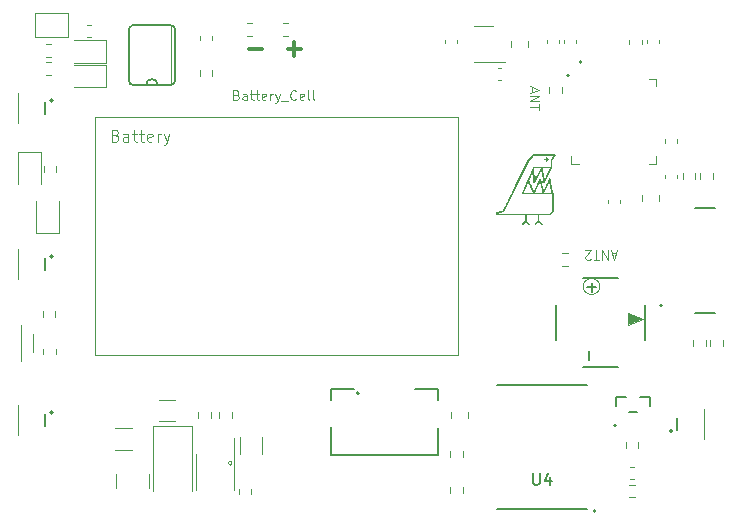
<source format=gbr>
%TF.GenerationSoftware,KiCad,Pcbnew,7.0.9*%
%TF.CreationDate,2024-03-02T15:09:24+02:00*%
%TF.ProjectId,DRM_Watch_V3,44524d5f-5761-4746-9368-5f56332e6b69,rev?*%
%TF.SameCoordinates,Original*%
%TF.FileFunction,Legend,Top*%
%TF.FilePolarity,Positive*%
%FSLAX46Y46*%
G04 Gerber Fmt 4.6, Leading zero omitted, Abs format (unit mm)*
G04 Created by KiCad (PCBNEW 7.0.9) date 2024-03-02 15:09:24*
%MOMM*%
%LPD*%
G01*
G04 APERTURE LIST*
%ADD10C,0.150000*%
%ADD11C,0.100000*%
%ADD12C,0.125000*%
%ADD13C,0.300000*%
%ADD14C,0.200000*%
%ADD15C,0.120000*%
%ADD16C,0.177000*%
%ADD17C,0.127000*%
%ADD18C,0.152400*%
%ADD19C,0.050800*%
G04 APERTURE END LIST*
D10*
X114888281Y-73439050D02*
X114888281Y-72674650D01*
X114686217Y-67288928D02*
X115450078Y-67288928D01*
X115068147Y-67670858D02*
X115068147Y-66906997D01*
D11*
X117146830Y-64363676D02*
X116765877Y-64363676D01*
X117223020Y-64135104D02*
X116956353Y-64935104D01*
X116956353Y-64935104D02*
X116689687Y-64135104D01*
X116423020Y-64135104D02*
X116423020Y-64935104D01*
X116423020Y-64935104D02*
X115965877Y-64135104D01*
X115965877Y-64135104D02*
X115965877Y-64935104D01*
X115699211Y-64935104D02*
X115242068Y-64935104D01*
X115470640Y-64135104D02*
X115470640Y-64935104D01*
X115013497Y-64858914D02*
X114975401Y-64897009D01*
X114975401Y-64897009D02*
X114899211Y-64935104D01*
X114899211Y-64935104D02*
X114708735Y-64935104D01*
X114708735Y-64935104D02*
X114632544Y-64897009D01*
X114632544Y-64897009D02*
X114594449Y-64858914D01*
X114594449Y-64858914D02*
X114556354Y-64782723D01*
X114556354Y-64782723D02*
X114556354Y-64706533D01*
X114556354Y-64706533D02*
X114594449Y-64592247D01*
X114594449Y-64592247D02*
X115051592Y-64135104D01*
X115051592Y-64135104D02*
X114556354Y-64135104D01*
D12*
X85014189Y-50998547D02*
X85128475Y-51036642D01*
X85128475Y-51036642D02*
X85166570Y-51074738D01*
X85166570Y-51074738D02*
X85204666Y-51150928D01*
X85204666Y-51150928D02*
X85204666Y-51265214D01*
X85204666Y-51265214D02*
X85166570Y-51341404D01*
X85166570Y-51341404D02*
X85128475Y-51379500D01*
X85128475Y-51379500D02*
X85052285Y-51417595D01*
X85052285Y-51417595D02*
X84747523Y-51417595D01*
X84747523Y-51417595D02*
X84747523Y-50617595D01*
X84747523Y-50617595D02*
X85014189Y-50617595D01*
X85014189Y-50617595D02*
X85090380Y-50655690D01*
X85090380Y-50655690D02*
X85128475Y-50693785D01*
X85128475Y-50693785D02*
X85166570Y-50769976D01*
X85166570Y-50769976D02*
X85166570Y-50846166D01*
X85166570Y-50846166D02*
X85128475Y-50922357D01*
X85128475Y-50922357D02*
X85090380Y-50960452D01*
X85090380Y-50960452D02*
X85014189Y-50998547D01*
X85014189Y-50998547D02*
X84747523Y-50998547D01*
X85890380Y-51417595D02*
X85890380Y-50998547D01*
X85890380Y-50998547D02*
X85852285Y-50922357D01*
X85852285Y-50922357D02*
X85776094Y-50884261D01*
X85776094Y-50884261D02*
X85623713Y-50884261D01*
X85623713Y-50884261D02*
X85547523Y-50922357D01*
X85890380Y-51379500D02*
X85814189Y-51417595D01*
X85814189Y-51417595D02*
X85623713Y-51417595D01*
X85623713Y-51417595D02*
X85547523Y-51379500D01*
X85547523Y-51379500D02*
X85509427Y-51303309D01*
X85509427Y-51303309D02*
X85509427Y-51227119D01*
X85509427Y-51227119D02*
X85547523Y-51150928D01*
X85547523Y-51150928D02*
X85623713Y-51112833D01*
X85623713Y-51112833D02*
X85814189Y-51112833D01*
X85814189Y-51112833D02*
X85890380Y-51074738D01*
X86157047Y-50884261D02*
X86461809Y-50884261D01*
X86271333Y-50617595D02*
X86271333Y-51303309D01*
X86271333Y-51303309D02*
X86309428Y-51379500D01*
X86309428Y-51379500D02*
X86385618Y-51417595D01*
X86385618Y-51417595D02*
X86461809Y-51417595D01*
X86614190Y-50884261D02*
X86918952Y-50884261D01*
X86728476Y-50617595D02*
X86728476Y-51303309D01*
X86728476Y-51303309D02*
X86766571Y-51379500D01*
X86766571Y-51379500D02*
X86842761Y-51417595D01*
X86842761Y-51417595D02*
X86918952Y-51417595D01*
X87490381Y-51379500D02*
X87414190Y-51417595D01*
X87414190Y-51417595D02*
X87261809Y-51417595D01*
X87261809Y-51417595D02*
X87185619Y-51379500D01*
X87185619Y-51379500D02*
X87147523Y-51303309D01*
X87147523Y-51303309D02*
X87147523Y-50998547D01*
X87147523Y-50998547D02*
X87185619Y-50922357D01*
X87185619Y-50922357D02*
X87261809Y-50884261D01*
X87261809Y-50884261D02*
X87414190Y-50884261D01*
X87414190Y-50884261D02*
X87490381Y-50922357D01*
X87490381Y-50922357D02*
X87528476Y-50998547D01*
X87528476Y-50998547D02*
X87528476Y-51074738D01*
X87528476Y-51074738D02*
X87147523Y-51150928D01*
X87871333Y-51417595D02*
X87871333Y-50884261D01*
X87871333Y-51036642D02*
X87909428Y-50960452D01*
X87909428Y-50960452D02*
X87947523Y-50922357D01*
X87947523Y-50922357D02*
X88023714Y-50884261D01*
X88023714Y-50884261D02*
X88099904Y-50884261D01*
X88290380Y-50884261D02*
X88480856Y-51417595D01*
X88671333Y-50884261D02*
X88480856Y-51417595D01*
X88480856Y-51417595D02*
X88404666Y-51608071D01*
X88404666Y-51608071D02*
X88366571Y-51646166D01*
X88366571Y-51646166D02*
X88290380Y-51684261D01*
X88785619Y-51493785D02*
X89395142Y-51493785D01*
X90042762Y-51341404D02*
X90004666Y-51379500D01*
X90004666Y-51379500D02*
X89890381Y-51417595D01*
X89890381Y-51417595D02*
X89814190Y-51417595D01*
X89814190Y-51417595D02*
X89699904Y-51379500D01*
X89699904Y-51379500D02*
X89623714Y-51303309D01*
X89623714Y-51303309D02*
X89585619Y-51227119D01*
X89585619Y-51227119D02*
X89547523Y-51074738D01*
X89547523Y-51074738D02*
X89547523Y-50960452D01*
X89547523Y-50960452D02*
X89585619Y-50808071D01*
X89585619Y-50808071D02*
X89623714Y-50731880D01*
X89623714Y-50731880D02*
X89699904Y-50655690D01*
X89699904Y-50655690D02*
X89814190Y-50617595D01*
X89814190Y-50617595D02*
X89890381Y-50617595D01*
X89890381Y-50617595D02*
X90004666Y-50655690D01*
X90004666Y-50655690D02*
X90042762Y-50693785D01*
X90690381Y-51379500D02*
X90614190Y-51417595D01*
X90614190Y-51417595D02*
X90461809Y-51417595D01*
X90461809Y-51417595D02*
X90385619Y-51379500D01*
X90385619Y-51379500D02*
X90347523Y-51303309D01*
X90347523Y-51303309D02*
X90347523Y-50998547D01*
X90347523Y-50998547D02*
X90385619Y-50922357D01*
X90385619Y-50922357D02*
X90461809Y-50884261D01*
X90461809Y-50884261D02*
X90614190Y-50884261D01*
X90614190Y-50884261D02*
X90690381Y-50922357D01*
X90690381Y-50922357D02*
X90728476Y-50998547D01*
X90728476Y-50998547D02*
X90728476Y-51074738D01*
X90728476Y-51074738D02*
X90347523Y-51150928D01*
X91185618Y-51417595D02*
X91109428Y-51379500D01*
X91109428Y-51379500D02*
X91071333Y-51303309D01*
X91071333Y-51303309D02*
X91071333Y-50617595D01*
X91604666Y-51417595D02*
X91528476Y-51379500D01*
X91528476Y-51379500D02*
X91490381Y-51303309D01*
X91490381Y-51303309D02*
X91490381Y-50617595D01*
D13*
X86025510Y-47108400D02*
X87168368Y-47108400D01*
X89327510Y-47108400D02*
X90470368Y-47108400D01*
X89898939Y-47679828D02*
X89898939Y-46536971D01*
D10*
X110109095Y-83020819D02*
X110109095Y-83830342D01*
X110109095Y-83830342D02*
X110156714Y-83925580D01*
X110156714Y-83925580D02*
X110204333Y-83973200D01*
X110204333Y-83973200D02*
X110299571Y-84020819D01*
X110299571Y-84020819D02*
X110490047Y-84020819D01*
X110490047Y-84020819D02*
X110585285Y-83973200D01*
X110585285Y-83973200D02*
X110632904Y-83925580D01*
X110632904Y-83925580D02*
X110680523Y-83830342D01*
X110680523Y-83830342D02*
X110680523Y-83020819D01*
X111585285Y-83354152D02*
X111585285Y-84020819D01*
X111347190Y-82973200D02*
X111109095Y-83687485D01*
X111109095Y-83687485D02*
X111728142Y-83687485D01*
D11*
X110057550Y-50353169D02*
X110057550Y-50734122D01*
X109828978Y-50276979D02*
X110628978Y-50543646D01*
X110628978Y-50543646D02*
X109828978Y-50810312D01*
X109828978Y-51076979D02*
X110628978Y-51076979D01*
X110628978Y-51076979D02*
X109828978Y-51534122D01*
X109828978Y-51534122D02*
X110628978Y-51534122D01*
X110628978Y-51800788D02*
X110628978Y-52257931D01*
X109828978Y-52029359D02*
X110628978Y-52029359D01*
X74763570Y-54416609D02*
X74906427Y-54464228D01*
X74906427Y-54464228D02*
X74954046Y-54511847D01*
X74954046Y-54511847D02*
X75001665Y-54607085D01*
X75001665Y-54607085D02*
X75001665Y-54749942D01*
X75001665Y-54749942D02*
X74954046Y-54845180D01*
X74954046Y-54845180D02*
X74906427Y-54892800D01*
X74906427Y-54892800D02*
X74811189Y-54940419D01*
X74811189Y-54940419D02*
X74430237Y-54940419D01*
X74430237Y-54940419D02*
X74430237Y-53940419D01*
X74430237Y-53940419D02*
X74763570Y-53940419D01*
X74763570Y-53940419D02*
X74858808Y-53988038D01*
X74858808Y-53988038D02*
X74906427Y-54035657D01*
X74906427Y-54035657D02*
X74954046Y-54130895D01*
X74954046Y-54130895D02*
X74954046Y-54226133D01*
X74954046Y-54226133D02*
X74906427Y-54321371D01*
X74906427Y-54321371D02*
X74858808Y-54368990D01*
X74858808Y-54368990D02*
X74763570Y-54416609D01*
X74763570Y-54416609D02*
X74430237Y-54416609D01*
X75858808Y-54940419D02*
X75858808Y-54416609D01*
X75858808Y-54416609D02*
X75811189Y-54321371D01*
X75811189Y-54321371D02*
X75715951Y-54273752D01*
X75715951Y-54273752D02*
X75525475Y-54273752D01*
X75525475Y-54273752D02*
X75430237Y-54321371D01*
X75858808Y-54892800D02*
X75763570Y-54940419D01*
X75763570Y-54940419D02*
X75525475Y-54940419D01*
X75525475Y-54940419D02*
X75430237Y-54892800D01*
X75430237Y-54892800D02*
X75382618Y-54797561D01*
X75382618Y-54797561D02*
X75382618Y-54702323D01*
X75382618Y-54702323D02*
X75430237Y-54607085D01*
X75430237Y-54607085D02*
X75525475Y-54559466D01*
X75525475Y-54559466D02*
X75763570Y-54559466D01*
X75763570Y-54559466D02*
X75858808Y-54511847D01*
X76192142Y-54273752D02*
X76573094Y-54273752D01*
X76334999Y-53940419D02*
X76334999Y-54797561D01*
X76334999Y-54797561D02*
X76382618Y-54892800D01*
X76382618Y-54892800D02*
X76477856Y-54940419D01*
X76477856Y-54940419D02*
X76573094Y-54940419D01*
X76763571Y-54273752D02*
X77144523Y-54273752D01*
X76906428Y-53940419D02*
X76906428Y-54797561D01*
X76906428Y-54797561D02*
X76954047Y-54892800D01*
X76954047Y-54892800D02*
X77049285Y-54940419D01*
X77049285Y-54940419D02*
X77144523Y-54940419D01*
X77858809Y-54892800D02*
X77763571Y-54940419D01*
X77763571Y-54940419D02*
X77573095Y-54940419D01*
X77573095Y-54940419D02*
X77477857Y-54892800D01*
X77477857Y-54892800D02*
X77430238Y-54797561D01*
X77430238Y-54797561D02*
X77430238Y-54416609D01*
X77430238Y-54416609D02*
X77477857Y-54321371D01*
X77477857Y-54321371D02*
X77573095Y-54273752D01*
X77573095Y-54273752D02*
X77763571Y-54273752D01*
X77763571Y-54273752D02*
X77858809Y-54321371D01*
X77858809Y-54321371D02*
X77906428Y-54416609D01*
X77906428Y-54416609D02*
X77906428Y-54511847D01*
X77906428Y-54511847D02*
X77430238Y-54607085D01*
X78335000Y-54940419D02*
X78335000Y-54273752D01*
X78335000Y-54464228D02*
X78382619Y-54368990D01*
X78382619Y-54368990D02*
X78430238Y-54321371D01*
X78430238Y-54321371D02*
X78525476Y-54273752D01*
X78525476Y-54273752D02*
X78620714Y-54273752D01*
X78858810Y-54273752D02*
X79096905Y-54940419D01*
X79335000Y-54273752D02*
X79096905Y-54940419D01*
X79096905Y-54940419D02*
X79001667Y-55178514D01*
X79001667Y-55178514D02*
X78954048Y-55226133D01*
X78954048Y-55226133D02*
X78858810Y-55273752D01*
D14*
%TO.C,Y1*%
X114215503Y-48204716D02*
G75*
G03*
X114215503Y-48204716I-100000J0D01*
G01*
D15*
%TO.C,U1*%
X113336319Y-56847182D02*
X113336319Y-56197182D01*
X113986319Y-56847182D02*
X113336319Y-56847182D01*
X119906319Y-49627182D02*
X120556319Y-49627182D01*
X119906319Y-56847182D02*
X120556319Y-56847182D01*
X120556319Y-49627182D02*
X120556319Y-50277182D01*
X120556319Y-56847182D02*
X120556319Y-56197182D01*
D16*
X113174019Y-49376382D02*
G75*
G03*
X113174019Y-49376382I-88500J0D01*
G01*
D15*
%TO.C,U2*%
X105943132Y-48248833D02*
X107743132Y-48248833D01*
X105943132Y-48248833D02*
X105143132Y-48248833D01*
X105943132Y-45128833D02*
X106743132Y-45128833D01*
X105943132Y-45128833D02*
X105143132Y-45128833D01*
%TO.C,R3*%
X123672647Y-72234361D02*
X123672647Y-71759845D01*
X124717647Y-72234361D02*
X124717647Y-71759845D01*
D11*
%TO.C,D2*%
X66802000Y-73484000D02*
X66802000Y-70436000D01*
X67818000Y-72722000D02*
X67818000Y-71198000D01*
D15*
%TO.C,C18*%
X87143000Y-79933748D02*
X87143000Y-81356252D01*
X85323000Y-79933748D02*
X85323000Y-81356252D01*
D17*
%TO.C,LS1*%
X114330147Y-66512851D02*
X117330147Y-66512851D01*
X119580147Y-71762851D02*
X119580147Y-68762851D01*
X112080147Y-71762851D02*
X112080147Y-68762851D01*
X117330147Y-74012851D02*
X114330147Y-74012851D01*
D11*
X115768147Y-67214851D02*
G75*
G03*
X115768147Y-67214851I-700000J0D01*
G01*
X119386147Y-70008851D02*
X118116147Y-70516851D01*
X118116147Y-69500851D01*
X119386147Y-70008851D01*
G36*
X119386147Y-70008851D02*
G01*
X118116147Y-70516851D01*
X118116147Y-69500851D01*
X119386147Y-70008851D01*
G37*
D15*
%TO.C,R14*%
X123856361Y-57646848D02*
X123856361Y-58121364D01*
X122811361Y-57646848D02*
X122811361Y-58121364D01*
%TO.C,R6*%
X68639506Y-72965680D02*
X68639506Y-72491164D01*
X69684506Y-72965680D02*
X69684506Y-72491164D01*
%TO.C,C5*%
X119757524Y-46640580D02*
X119757524Y-46359420D01*
X120777524Y-46640580D02*
X120777524Y-46359420D01*
%TO.C,R19*%
X104154500Y-81169742D02*
X104154500Y-81644258D01*
X103109500Y-81169742D02*
X103109500Y-81644258D01*
%TO.C,C15*%
X112297761Y-46320470D02*
X112297761Y-46601630D01*
X111277761Y-46320470D02*
X111277761Y-46601630D01*
%TO.C,R9*%
X82945500Y-48911742D02*
X82945500Y-49386258D01*
X81900500Y-48911742D02*
X81900500Y-49386258D01*
%TO.C,D3*%
X73936123Y-48303045D02*
X73936123Y-46383045D01*
X73936123Y-46383045D02*
X71251123Y-46383045D01*
X71251123Y-48303045D02*
X73936123Y-48303045D01*
D11*
%TO.C,S2*%
X66548000Y-64008000D02*
X66548000Y-66548000D01*
D17*
X68834000Y-64770000D02*
X68834000Y-65786000D01*
D14*
X69469000Y-64643000D02*
G75*
G03*
X69469000Y-64643000I-127000J0D01*
G01*
D15*
%TO.C,C9*%
X108256132Y-46950085D02*
X108256132Y-46427581D01*
X109726132Y-46950085D02*
X109726132Y-46427581D01*
D17*
%TO.C,Q1*%
X118253660Y-77853648D02*
X118913660Y-77853648D01*
X117123660Y-76553648D02*
X117123660Y-77328648D01*
X117963660Y-76553648D02*
X117123660Y-76553648D01*
X119203660Y-76553648D02*
X120043660Y-76553648D01*
X120043660Y-76553648D02*
X120043660Y-77328648D01*
D14*
X117159660Y-78981648D02*
G75*
G03*
X117159660Y-78981648I-100000J0D01*
G01*
D15*
%TO.C,R21*%
X85202500Y-84819258D02*
X85202500Y-84344742D01*
X86247500Y-84819258D02*
X86247500Y-84344742D01*
%TO.C,C6*%
X102639132Y-46604413D02*
X102639132Y-46323253D01*
X103659132Y-46604413D02*
X103659132Y-46323253D01*
%TO.C,R17*%
X84596500Y-77867742D02*
X84596500Y-78342258D01*
X83551500Y-77867742D02*
X83551500Y-78342258D01*
%TO.C,C4*%
X117510479Y-59860203D02*
X117510479Y-60141363D01*
X116490479Y-59860203D02*
X116490479Y-60141363D01*
D18*
%TO.C,U3*%
X76276200Y-50165000D02*
X77343000Y-50165000D01*
X77343000Y-50165000D02*
X78359000Y-50165000D01*
X78359000Y-50165000D02*
X79425800Y-50165000D01*
D19*
X79451200Y-50165000D02*
X79451200Y-45085000D01*
D18*
X79806800Y-49784000D02*
X79806800Y-45466000D01*
X75895200Y-45466000D02*
X75895200Y-49784000D01*
X79425800Y-45085000D02*
X76276200Y-45085000D01*
X75895200Y-49784000D02*
G75*
G03*
X76276200Y-50165000I380999J-1D01*
G01*
X78359000Y-50165000D02*
G75*
G03*
X77343000Y-50165000I-508000J0D01*
G01*
X79425800Y-50165000D02*
G75*
G03*
X79806800Y-49784000I1J380999D01*
G01*
X76276200Y-45085000D02*
G75*
G03*
X75895200Y-45466000I0J-381000D01*
G01*
X79806800Y-45466000D02*
G75*
G03*
X79425800Y-45085000I-381000J0D01*
G01*
D15*
%TO.C,D6*%
X81279000Y-79008000D02*
X77979000Y-79008000D01*
X81279000Y-79008000D02*
X81279000Y-84518000D01*
X77979000Y-79008000D02*
X77979000Y-84518000D01*
D11*
%TO.C,S1*%
X66548000Y-50800000D02*
X66548000Y-53340000D01*
D17*
X68834000Y-51562000D02*
X68834000Y-52578000D01*
D14*
X69469000Y-51435000D02*
G75*
G03*
X69469000Y-51435000I-127000J0D01*
G01*
D15*
%TO.C,C12*%
X81905870Y-46315462D02*
X81905870Y-46034302D01*
X82925870Y-46315462D02*
X82925870Y-46034302D01*
D17*
%TO.C,J2*%
X92986000Y-75880000D02*
X92986000Y-76860000D01*
X92986000Y-79140000D02*
X92986000Y-81470000D01*
X94916000Y-75880000D02*
X92986000Y-75880000D01*
X100126000Y-75880000D02*
X102086000Y-75880000D01*
X102086000Y-75880000D02*
X102086000Y-76850000D01*
X102086000Y-79170000D02*
X102086000Y-81470000D01*
X102086000Y-81480000D02*
X92986000Y-81480000D01*
X95396000Y-76250000D02*
G75*
G03*
X95396000Y-76250000I-110000J0D01*
G01*
D15*
%TO.C,C7*%
X121311319Y-55025762D02*
X121311319Y-54744602D01*
X122331319Y-55025762D02*
X122331319Y-54744602D01*
%TO.C,C14*%
X118350700Y-82488754D02*
X118631860Y-82488754D01*
X118350700Y-83508754D02*
X118631860Y-83508754D01*
%TO.C,C3*%
X119300503Y-46373636D02*
X119300503Y-46654796D01*
X118280503Y-46373636D02*
X118280503Y-46654796D01*
%TO.C,R7*%
X68850742Y-46721500D02*
X69325258Y-46721500D01*
X68850742Y-47766500D02*
X69325258Y-47766500D01*
D11*
%TO.C,S4*%
X66548000Y-77216000D02*
X66548000Y-79756000D01*
D17*
X68834000Y-77978000D02*
X68834000Y-78994000D01*
D14*
X69469000Y-77851000D02*
G75*
G03*
X69469000Y-77851000I-127000J0D01*
G01*
D15*
%TO.C,JP1*%
X67942000Y-44085000D02*
X70742000Y-44085000D01*
X67942000Y-46085000D02*
X67942000Y-44085000D01*
X70742000Y-44085000D02*
X70742000Y-46085000D01*
X70742000Y-46085000D02*
X67942000Y-46085000D01*
%TO.C,C13*%
X107122831Y-48680065D02*
X107403991Y-48680065D01*
X107122831Y-49700065D02*
X107403991Y-49700065D01*
D17*
%TO.C,U4*%
X114671000Y-86022000D02*
X107071000Y-86022000D01*
X114671000Y-75522000D02*
X107071000Y-75522000D01*
D14*
X115416000Y-86233000D02*
G75*
G03*
X115416000Y-86233000I-100000J0D01*
G01*
D15*
%TO.C,R10*%
X69672851Y-69297706D02*
X69672851Y-69772222D01*
X68627851Y-69297706D02*
X68627851Y-69772222D01*
%TO.C,C10*%
X103151000Y-78366252D02*
X103151000Y-77843748D01*
X104621000Y-78366252D02*
X104621000Y-77843748D01*
%TO.C,D1*%
X68460000Y-55815000D02*
X66540000Y-55815000D01*
X66540000Y-55815000D02*
X66540000Y-58500000D01*
X68460000Y-58500000D02*
X68460000Y-55815000D01*
%TO.C,C11*%
X72657580Y-46103000D02*
X72376420Y-46103000D01*
X72657580Y-45083000D02*
X72376420Y-45083000D01*
%TO.C,U5*%
X84795000Y-82931000D02*
X84795000Y-80006000D01*
X84795000Y-82931000D02*
X84795000Y-84431000D01*
X81575000Y-82931000D02*
X81575000Y-81431000D01*
X81575000Y-82931000D02*
X81575000Y-84431000D01*
D11*
X84634605Y-82169000D02*
G75*
G03*
X84634605Y-82169000I-179605J0D01*
G01*
D15*
%TO.C,C2*%
X113768303Y-46314574D02*
X113768303Y-46595734D01*
X112748303Y-46314574D02*
X112748303Y-46595734D01*
%TO.C,R5*%
X68690558Y-57521539D02*
X68690558Y-57047023D01*
X69735558Y-57521539D02*
X69735558Y-57047023D01*
%TO.C,G\u002A\u002A\u002A*%
G36*
X111288420Y-56274398D02*
G01*
X111296968Y-56275985D01*
X111304841Y-56279315D01*
X111308836Y-56281554D01*
X111323924Y-56293198D01*
X111334911Y-56308197D01*
X111339791Y-56319182D01*
X111341514Y-56324920D01*
X111342604Y-56331493D01*
X111343114Y-56339966D01*
X111343092Y-56351406D01*
X111342590Y-56366878D01*
X111342336Y-56372860D01*
X111340503Y-56414453D01*
X111372982Y-56414453D01*
X111392940Y-56414955D01*
X111408601Y-56416673D01*
X111421050Y-56419919D01*
X111431368Y-56425007D01*
X111440640Y-56432252D01*
X111443323Y-56434836D01*
X111454698Y-56449784D01*
X111461362Y-56466538D01*
X111463314Y-56484155D01*
X111460556Y-56501691D01*
X111453086Y-56518202D01*
X111443323Y-56530438D01*
X111434575Y-56538096D01*
X111425244Y-56543655D01*
X111414283Y-56547410D01*
X111400646Y-56549651D01*
X111383287Y-56550672D01*
X111370490Y-56550821D01*
X111335520Y-56550821D01*
X111335346Y-56559685D01*
X111335093Y-56565958D01*
X111334541Y-56576172D01*
X111333777Y-56588827D01*
X111333026Y-56600342D01*
X111331893Y-56614876D01*
X111330595Y-56625328D01*
X111328842Y-56633071D01*
X111326339Y-56639476D01*
X111323594Y-56644569D01*
X111312123Y-56659149D01*
X111297527Y-56669973D01*
X111280820Y-56676662D01*
X111263015Y-56678834D01*
X111245127Y-56676111D01*
X111242102Y-56675116D01*
X111225541Y-56666386D01*
X111211687Y-56653281D01*
X111205349Y-56644141D01*
X111202461Y-56639040D01*
X111200431Y-56634472D01*
X111199119Y-56629372D01*
X111198383Y-56622675D01*
X111198084Y-56613319D01*
X111198082Y-56600238D01*
X111198169Y-56589686D01*
X111198550Y-56548094D01*
X111154335Y-56548094D01*
X111133248Y-56547847D01*
X111116679Y-56546955D01*
X111103710Y-56545190D01*
X111093422Y-56542322D01*
X111084894Y-56538123D01*
X111077208Y-56532366D01*
X111072257Y-56527710D01*
X111060882Y-56512762D01*
X111054219Y-56496008D01*
X111052266Y-56478392D01*
X111055025Y-56460856D01*
X111062495Y-56444344D01*
X111072257Y-56432109D01*
X111079645Y-56425399D01*
X111087217Y-56420311D01*
X111095859Y-56416630D01*
X111106461Y-56414145D01*
X111119910Y-56412642D01*
X111137092Y-56411907D01*
X111157080Y-56411725D01*
X111204039Y-56411725D01*
X111205913Y-56371497D01*
X111206953Y-56352120D01*
X111208172Y-56337227D01*
X111209784Y-56325848D01*
X111212001Y-56317014D01*
X111215039Y-56309752D01*
X111219108Y-56303094D01*
X111221752Y-56299485D01*
X111234885Y-56286468D01*
X111250924Y-56278058D01*
X111269892Y-56274245D01*
X111276825Y-56273993D01*
X111288420Y-56274398D01*
G37*
G36*
X110340026Y-56006414D02*
G01*
X110369674Y-56006454D01*
X110402572Y-56006522D01*
X110438895Y-56006619D01*
X110478819Y-56006745D01*
X110522520Y-56006900D01*
X110570173Y-56007083D01*
X110621953Y-56007295D01*
X110678036Y-56007534D01*
X110738597Y-56007803D01*
X110803813Y-56008099D01*
X110873857Y-56008424D01*
X110948906Y-56008776D01*
X111029135Y-56009157D01*
X111076824Y-56009385D01*
X111160906Y-56009783D01*
X111239707Y-56010151D01*
X111313401Y-56010492D01*
X111382160Y-56010812D01*
X111446158Y-56011115D01*
X111505570Y-56011405D01*
X111560568Y-56011685D01*
X111611326Y-56011962D01*
X111658017Y-56012237D01*
X111700815Y-56012517D01*
X111739894Y-56012805D01*
X111775427Y-56013106D01*
X111807587Y-56013424D01*
X111836548Y-56013763D01*
X111862484Y-56014127D01*
X111885568Y-56014521D01*
X111905973Y-56014948D01*
X111923874Y-56015415D01*
X111939442Y-56015923D01*
X111952853Y-56016479D01*
X111964280Y-56017085D01*
X111973896Y-56017748D01*
X111981874Y-56018469D01*
X111988388Y-56019255D01*
X111993612Y-56020109D01*
X111997719Y-56021036D01*
X112000883Y-56022039D01*
X112003276Y-56023124D01*
X112005074Y-56024294D01*
X112006449Y-56025553D01*
X112007574Y-56026907D01*
X112008623Y-56028359D01*
X112009770Y-56029913D01*
X112011189Y-56031574D01*
X112012086Y-56032477D01*
X112022818Y-56042686D01*
X112022818Y-56080775D01*
X112022818Y-56118863D01*
X111886759Y-56311168D01*
X111750700Y-56503472D01*
X111748830Y-56831930D01*
X111748547Y-56882527D01*
X111748296Y-56927962D01*
X111748057Y-56968528D01*
X111747814Y-57004516D01*
X111747549Y-57036220D01*
X111747246Y-57063931D01*
X111746885Y-57087944D01*
X111746451Y-57108549D01*
X111745926Y-57126039D01*
X111745292Y-57140707D01*
X111744532Y-57152846D01*
X111743629Y-57162747D01*
X111742565Y-57170704D01*
X111741323Y-57177008D01*
X111739885Y-57181953D01*
X111738234Y-57185831D01*
X111736353Y-57188934D01*
X111734225Y-57191554D01*
X111731831Y-57193985D01*
X111729154Y-57196519D01*
X111727032Y-57198581D01*
X111717051Y-57206566D01*
X111705030Y-57213300D01*
X111693014Y-57217789D01*
X111684820Y-57219095D01*
X111683424Y-57220969D01*
X111680268Y-57226622D01*
X111675316Y-57236125D01*
X111668535Y-57249552D01*
X111659889Y-57266973D01*
X111649344Y-57288462D01*
X111636864Y-57314089D01*
X111622416Y-57343928D01*
X111605964Y-57378051D01*
X111587473Y-57416528D01*
X111566910Y-57459434D01*
X111544238Y-57506839D01*
X111519424Y-57558815D01*
X111492433Y-57615436D01*
X111463229Y-57676772D01*
X111431779Y-57742896D01*
X111398047Y-57813880D01*
X111395522Y-57819195D01*
X111369797Y-57873334D01*
X111344643Y-57926227D01*
X111320166Y-57977656D01*
X111296468Y-58027409D01*
X111273652Y-58075268D01*
X111251821Y-58121019D01*
X111231079Y-58164447D01*
X111211528Y-58205336D01*
X111193272Y-58243470D01*
X111176414Y-58278636D01*
X111161057Y-58310617D01*
X111147304Y-58339198D01*
X111135258Y-58364163D01*
X111125023Y-58385299D01*
X111116701Y-58402388D01*
X111110396Y-58415217D01*
X111106211Y-58423569D01*
X111104248Y-58427230D01*
X111104177Y-58427332D01*
X111091648Y-58439335D01*
X111076854Y-58447075D01*
X111060700Y-58450724D01*
X111044093Y-58450457D01*
X111027940Y-58446447D01*
X111013146Y-58438867D01*
X111000618Y-58427892D01*
X110991262Y-58413695D01*
X110987940Y-58405060D01*
X110987068Y-58400885D01*
X110985399Y-58391595D01*
X110982978Y-58377465D01*
X110979848Y-58358769D01*
X110976054Y-58335780D01*
X110971640Y-58308775D01*
X110966651Y-58278026D01*
X110961130Y-58243809D01*
X110955122Y-58206398D01*
X110948670Y-58166067D01*
X110941820Y-58123091D01*
X110934615Y-58077745D01*
X110927100Y-58030302D01*
X110919318Y-57981037D01*
X110911314Y-57930225D01*
X110904608Y-57887549D01*
X110896499Y-57835904D01*
X110888611Y-57785713D01*
X110880986Y-57737241D01*
X110873666Y-57690751D01*
X110866694Y-57646510D01*
X110860110Y-57604781D01*
X110853956Y-57565829D01*
X110848276Y-57529919D01*
X110843110Y-57497315D01*
X110838500Y-57468282D01*
X110834488Y-57443085D01*
X110831117Y-57421988D01*
X110828428Y-57405256D01*
X110826463Y-57393154D01*
X110825263Y-57385945D01*
X110824875Y-57383861D01*
X110823530Y-57386152D01*
X110819727Y-57393036D01*
X110813581Y-57404296D01*
X110805210Y-57419717D01*
X110794729Y-57439082D01*
X110782255Y-57462174D01*
X110767905Y-57488779D01*
X110751794Y-57518678D01*
X110734039Y-57551657D01*
X110714757Y-57587500D01*
X110694064Y-57625989D01*
X110672076Y-57666909D01*
X110648909Y-57710043D01*
X110624680Y-57755177D01*
X110599506Y-57802092D01*
X110573502Y-57850573D01*
X110546786Y-57900405D01*
X110539489Y-57914018D01*
X110512510Y-57964334D01*
X110486158Y-58013442D01*
X110460553Y-58061120D01*
X110435814Y-58107146D01*
X110412062Y-58151298D01*
X110389416Y-58193354D01*
X110367997Y-58233093D01*
X110347924Y-58270291D01*
X110329317Y-58304728D01*
X110312297Y-58336181D01*
X110296982Y-58364429D01*
X110283493Y-58389250D01*
X110271951Y-58410421D01*
X110262474Y-58427722D01*
X110255183Y-58440929D01*
X110250197Y-58449821D01*
X110247637Y-58454177D01*
X110247404Y-58454514D01*
X110234785Y-58466540D01*
X110219931Y-58474281D01*
X110203748Y-58477909D01*
X110187143Y-58477599D01*
X110171022Y-58473525D01*
X110156291Y-58465859D01*
X110143857Y-58454775D01*
X110134626Y-58440446D01*
X110131559Y-58432333D01*
X110130937Y-58429561D01*
X110130303Y-58425213D01*
X110129645Y-58419056D01*
X110128953Y-58410853D01*
X110128216Y-58400369D01*
X110127423Y-58387370D01*
X110126564Y-58371618D01*
X110125627Y-58352880D01*
X110124602Y-58330920D01*
X110123478Y-58305502D01*
X110122244Y-58276391D01*
X110120889Y-58243352D01*
X110119402Y-58206149D01*
X110117773Y-58164547D01*
X110115991Y-58118311D01*
X110114045Y-58067204D01*
X110111924Y-58010993D01*
X110110861Y-57982691D01*
X110109044Y-57934272D01*
X110107276Y-57887249D01*
X110105567Y-57841917D01*
X110103929Y-57798576D01*
X110102374Y-57757521D01*
X110100913Y-57719050D01*
X110099558Y-57683461D01*
X110098318Y-57651050D01*
X110097207Y-57622116D01*
X110096236Y-57596954D01*
X110095414Y-57575863D01*
X110094755Y-57559140D01*
X110094270Y-57547082D01*
X110093969Y-57539987D01*
X110093878Y-57538183D01*
X110093404Y-57537677D01*
X110092126Y-57539173D01*
X110089953Y-57542877D01*
X110086794Y-57548991D01*
X110082557Y-57557719D01*
X110077152Y-57569264D01*
X110070486Y-57583828D01*
X110062470Y-57601616D01*
X110053012Y-57622831D01*
X110042020Y-57647676D01*
X110029404Y-57676354D01*
X110015071Y-57709069D01*
X109998933Y-57746023D01*
X109980896Y-57787421D01*
X109960869Y-57833465D01*
X109943412Y-57873650D01*
X109925524Y-57914868D01*
X109908230Y-57954758D01*
X109891657Y-57993030D01*
X109875928Y-58029393D01*
X109861170Y-58063555D01*
X109847509Y-58095226D01*
X109835068Y-58124114D01*
X109823974Y-58149927D01*
X109814352Y-58172376D01*
X109806326Y-58191168D01*
X109800024Y-58206013D01*
X109795569Y-58216620D01*
X109793087Y-58222697D01*
X109792594Y-58224063D01*
X109793616Y-58226930D01*
X109796754Y-58234460D01*
X109801872Y-58246348D01*
X109808832Y-58262289D01*
X109817497Y-58281978D01*
X109827729Y-58305111D01*
X109839392Y-58331382D01*
X109852348Y-58360488D01*
X109866459Y-58392123D01*
X109881590Y-58425982D01*
X109897601Y-58461760D01*
X109914357Y-58499154D01*
X109931720Y-58537858D01*
X109949553Y-58577567D01*
X109967718Y-58617977D01*
X109986078Y-58658783D01*
X110004496Y-58699679D01*
X110022836Y-58740362D01*
X110040958Y-58780527D01*
X110058727Y-58819868D01*
X110076006Y-58858081D01*
X110092656Y-58894861D01*
X110108540Y-58929904D01*
X110123522Y-58962904D01*
X110137465Y-58993558D01*
X110150230Y-59021559D01*
X110161681Y-59046604D01*
X110171680Y-59068387D01*
X110180091Y-59086604D01*
X110186776Y-59100950D01*
X110191597Y-59111121D01*
X110194419Y-59116811D01*
X110195084Y-59117938D01*
X110196401Y-59115698D01*
X110199887Y-59108731D01*
X110205434Y-59097268D01*
X110212935Y-59081538D01*
X110222282Y-59061772D01*
X110233368Y-59038200D01*
X110246087Y-59011053D01*
X110260329Y-58980561D01*
X110275989Y-58946953D01*
X110292959Y-58910461D01*
X110311131Y-58871315D01*
X110330398Y-58829744D01*
X110350653Y-58785980D01*
X110371788Y-58740252D01*
X110393697Y-58692791D01*
X110416271Y-58643827D01*
X110431512Y-58610734D01*
X110459214Y-58550554D01*
X110484724Y-58495127D01*
X110508144Y-58444254D01*
X110529572Y-58397737D01*
X110549109Y-58355377D01*
X110566854Y-58316977D01*
X110582907Y-58282338D01*
X110597368Y-58251262D01*
X110610337Y-58223551D01*
X110621913Y-58199007D01*
X110632196Y-58177431D01*
X110641287Y-58158625D01*
X110649283Y-58142391D01*
X110656286Y-58128531D01*
X110662396Y-58116846D01*
X110667711Y-58107139D01*
X110672332Y-58099210D01*
X110676358Y-58092863D01*
X110679889Y-58087898D01*
X110683026Y-58084117D01*
X110685867Y-58081323D01*
X110688512Y-58079317D01*
X110691062Y-58077900D01*
X110693616Y-58076875D01*
X110696273Y-58076043D01*
X110699134Y-58075207D01*
X110701395Y-58074484D01*
X110711426Y-58071757D01*
X110721261Y-58070149D01*
X110724589Y-58069967D01*
X110741675Y-58072477D01*
X110757848Y-58079460D01*
X110771948Y-58090089D01*
X110782815Y-58103540D01*
X110788221Y-58115214D01*
X110789303Y-58119266D01*
X110791568Y-58128349D01*
X110794947Y-58142183D01*
X110799375Y-58160488D01*
X110804786Y-58182986D01*
X110811111Y-58209397D01*
X110818286Y-58239441D01*
X110826242Y-58272838D01*
X110834915Y-58309311D01*
X110844237Y-58348579D01*
X110854141Y-58390362D01*
X110864562Y-58434381D01*
X110875432Y-58480357D01*
X110886686Y-58528011D01*
X110898256Y-58577063D01*
X110901837Y-58592258D01*
X110913453Y-58641530D01*
X110924748Y-58689401D01*
X110935657Y-58735599D01*
X110946116Y-58779851D01*
X110956060Y-58821885D01*
X110965425Y-58861427D01*
X110974145Y-58898206D01*
X110982156Y-58931948D01*
X110989392Y-58962381D01*
X110995790Y-58989232D01*
X111001285Y-59012228D01*
X111005811Y-59031098D01*
X111009305Y-59045567D01*
X111011700Y-59055364D01*
X111012933Y-59060216D01*
X111013075Y-59060689D01*
X111014177Y-59059560D01*
X111016978Y-59054826D01*
X111021523Y-59046398D01*
X111027855Y-59034186D01*
X111036019Y-59018101D01*
X111046059Y-58998054D01*
X111058018Y-58973954D01*
X111071941Y-58945713D01*
X111087871Y-58913241D01*
X111105853Y-58876449D01*
X111125931Y-58835247D01*
X111148149Y-58789545D01*
X111172550Y-58739255D01*
X111199179Y-58684287D01*
X111228079Y-58624550D01*
X111250972Y-58577187D01*
X111274528Y-58528458D01*
X111297503Y-58480980D01*
X111319779Y-58434994D01*
X111341240Y-58390738D01*
X111361770Y-58348449D01*
X111381253Y-58308368D01*
X111399572Y-58270731D01*
X111416610Y-58235778D01*
X111432252Y-58203747D01*
X111446380Y-58174877D01*
X111458879Y-58149405D01*
X111469632Y-58127572D01*
X111478523Y-58109615D01*
X111485435Y-58095772D01*
X111490252Y-58086282D01*
X111492857Y-58081385D01*
X111493225Y-58080800D01*
X111505570Y-58069222D01*
X111521012Y-58061302D01*
X111538319Y-58057376D01*
X111556258Y-58057782D01*
X111567409Y-58060442D01*
X111580656Y-58066911D01*
X111593157Y-58076637D01*
X111603214Y-58088102D01*
X111608025Y-58096676D01*
X111608752Y-58100201D01*
X111610193Y-58108880D01*
X111612312Y-58122461D01*
X111615072Y-58140695D01*
X111618438Y-58163331D01*
X111622374Y-58190120D01*
X111626844Y-58220812D01*
X111631811Y-58255155D01*
X111637241Y-58292901D01*
X111643096Y-58333799D01*
X111649341Y-58377599D01*
X111655941Y-58424051D01*
X111662858Y-58472904D01*
X111670058Y-58523910D01*
X111677503Y-58576816D01*
X111685159Y-58631375D01*
X111692989Y-58687335D01*
X111693916Y-58693970D01*
X111776088Y-59282283D01*
X111806040Y-59283649D01*
X111826093Y-59285356D01*
X111841846Y-59288673D01*
X111854317Y-59293979D01*
X111864520Y-59301657D01*
X111870012Y-59307603D01*
X111871648Y-59309431D01*
X111873172Y-59310933D01*
X111874588Y-59312299D01*
X111875900Y-59313719D01*
X111877113Y-59315383D01*
X111878230Y-59317480D01*
X111879254Y-59320201D01*
X111880191Y-59323735D01*
X111881043Y-59328272D01*
X111881815Y-59334001D01*
X111882511Y-59341113D01*
X111883134Y-59349797D01*
X111883689Y-59360243D01*
X111884180Y-59372641D01*
X111884610Y-59387181D01*
X111884983Y-59404052D01*
X111885303Y-59423444D01*
X111885575Y-59445547D01*
X111885802Y-59470550D01*
X111885987Y-59498645D01*
X111886136Y-59530019D01*
X111886252Y-59564863D01*
X111886338Y-59603368D01*
X111886399Y-59645722D01*
X111886439Y-59692115D01*
X111886461Y-59742738D01*
X111886470Y-59797779D01*
X111886470Y-59857429D01*
X111886463Y-59921878D01*
X111886456Y-59991315D01*
X111886450Y-60065930D01*
X111886449Y-60101857D01*
X111886447Y-60178482D01*
X111886441Y-60249840D01*
X111886429Y-60316123D01*
X111886410Y-60377518D01*
X111886383Y-60434217D01*
X111886348Y-60486407D01*
X111886303Y-60534278D01*
X111886246Y-60578020D01*
X111886178Y-60617821D01*
X111886096Y-60653872D01*
X111886001Y-60686361D01*
X111885890Y-60715477D01*
X111885762Y-60741411D01*
X111885617Y-60764351D01*
X111885454Y-60784487D01*
X111885271Y-60802007D01*
X111885067Y-60817102D01*
X111884841Y-60829960D01*
X111884593Y-60840772D01*
X111884321Y-60849725D01*
X111884023Y-60857011D01*
X111883700Y-60862816D01*
X111883350Y-60867333D01*
X111882971Y-60870748D01*
X111882563Y-60873253D01*
X111882125Y-60875035D01*
X111882053Y-60875263D01*
X111880965Y-60878057D01*
X111879304Y-60881191D01*
X111876805Y-60884942D01*
X111873202Y-60889591D01*
X111868230Y-60895414D01*
X111861625Y-60902692D01*
X111853120Y-60911704D01*
X111842451Y-60922727D01*
X111829353Y-60936042D01*
X111813561Y-60951926D01*
X111794809Y-60970658D01*
X111772833Y-60992518D01*
X111747367Y-61017785D01*
X111733133Y-61031891D01*
X111709539Y-61055208D01*
X111686842Y-61077527D01*
X111665372Y-61098529D01*
X111645461Y-61117896D01*
X111627438Y-61135310D01*
X111611634Y-61150452D01*
X111598381Y-61163004D01*
X111588009Y-61172647D01*
X111580849Y-61179063D01*
X111577296Y-61181896D01*
X111565983Y-61188715D01*
X111108599Y-61189428D01*
X110651215Y-61190141D01*
X110652394Y-61203065D01*
X110652641Y-61207849D01*
X110652986Y-61217630D01*
X110653417Y-61231948D01*
X110653923Y-61250347D01*
X110654492Y-61272369D01*
X110655113Y-61297556D01*
X110655774Y-61325450D01*
X110656463Y-61355593D01*
X110657169Y-61387528D01*
X110657875Y-61420541D01*
X110658585Y-61453658D01*
X110659291Y-61485331D01*
X110659981Y-61515114D01*
X110660643Y-61542564D01*
X110661267Y-61567236D01*
X110661840Y-61588685D01*
X110662350Y-61606467D01*
X110662788Y-61620137D01*
X110663140Y-61629250D01*
X110663395Y-61633362D01*
X110663399Y-61633387D01*
X110664361Y-61635809D01*
X110666867Y-61639598D01*
X110671154Y-61645005D01*
X110677455Y-61652282D01*
X110686009Y-61661681D01*
X110697048Y-61673454D01*
X110710811Y-61687852D01*
X110727531Y-61705127D01*
X110747444Y-61725530D01*
X110770787Y-61749313D01*
X110793696Y-61772572D01*
X110819421Y-61798682D01*
X110841571Y-61821224D01*
X110860422Y-61840494D01*
X110876246Y-61856788D01*
X110889320Y-61870403D01*
X110899917Y-61881636D01*
X110908312Y-61890783D01*
X110914780Y-61898139D01*
X110919595Y-61904003D01*
X110923032Y-61908669D01*
X110925365Y-61912435D01*
X110926869Y-61915597D01*
X110927320Y-61916816D01*
X110931304Y-61936155D01*
X110929984Y-61954699D01*
X110923467Y-61971978D01*
X110911858Y-61987523D01*
X110911060Y-61988332D01*
X110899285Y-62000107D01*
X110863075Y-62000159D01*
X110826866Y-62000210D01*
X110709462Y-61881092D01*
X110592058Y-61761974D01*
X110477635Y-61881016D01*
X110363213Y-62000058D01*
X110317546Y-62000083D01*
X110271880Y-62000107D01*
X110264072Y-61989328D01*
X110254914Y-61972379D01*
X110250795Y-61954287D01*
X110251781Y-61935917D01*
X110257937Y-61918134D01*
X110258565Y-61916929D01*
X110261730Y-61912605D01*
X110268482Y-61904644D01*
X110278584Y-61893302D01*
X110291800Y-61878833D01*
X110307894Y-61861492D01*
X110326629Y-61841533D01*
X110347769Y-61819211D01*
X110371078Y-61794781D01*
X110395259Y-61769598D01*
X110525491Y-61634367D01*
X110525306Y-61594274D01*
X110525169Y-61578703D01*
X110524895Y-61559619D01*
X110524498Y-61537530D01*
X110523993Y-61512947D01*
X110523396Y-61486378D01*
X110522719Y-61458333D01*
X110521979Y-61429322D01*
X110521190Y-61399853D01*
X110520367Y-61370438D01*
X110519525Y-61341584D01*
X110518678Y-61313801D01*
X110517840Y-61287600D01*
X110517028Y-61263488D01*
X110516255Y-61241977D01*
X110515537Y-61223574D01*
X110514888Y-61208790D01*
X110514322Y-61198134D01*
X110513856Y-61192116D01*
X110513628Y-61190943D01*
X110510707Y-61190700D01*
X110502610Y-61190455D01*
X110489616Y-61190208D01*
X110472002Y-61189962D01*
X110450049Y-61189719D01*
X110424033Y-61189479D01*
X110394235Y-61189246D01*
X110360932Y-61189020D01*
X110324403Y-61188805D01*
X110284928Y-61188601D01*
X110242783Y-61188410D01*
X110198249Y-61188235D01*
X110151603Y-61188077D01*
X110103125Y-61187938D01*
X110053092Y-61187820D01*
X110037065Y-61187787D01*
X109562730Y-61186860D01*
X109562860Y-61224607D01*
X109562952Y-61233732D01*
X109563174Y-61247759D01*
X109563514Y-61266136D01*
X109563960Y-61288310D01*
X109564501Y-61313730D01*
X109565125Y-61341845D01*
X109565819Y-61372102D01*
X109566572Y-61403950D01*
X109567372Y-61436837D01*
X109567865Y-61456664D01*
X109572740Y-61650975D01*
X109632510Y-61709033D01*
X109650244Y-61726255D01*
X109670751Y-61746162D01*
X109692888Y-61767645D01*
X109715509Y-61789592D01*
X109737470Y-61810894D01*
X109757628Y-61830441D01*
X109760917Y-61833630D01*
X109777248Y-61849595D01*
X109792528Y-61864790D01*
X109806258Y-61878697D01*
X109817936Y-61890799D01*
X109827062Y-61900578D01*
X109833136Y-61907517D01*
X109835440Y-61910640D01*
X109841523Y-61926757D01*
X109843048Y-61944263D01*
X109840197Y-61961844D01*
X109833147Y-61978183D01*
X109824701Y-61989375D01*
X109814492Y-62000107D01*
X109775730Y-62000107D01*
X109736967Y-62000107D01*
X109695532Y-61960166D01*
X109683796Y-61948833D01*
X109668917Y-61934436D01*
X109651660Y-61917714D01*
X109632789Y-61899410D01*
X109613068Y-61880266D01*
X109593262Y-61861021D01*
X109576017Y-61844248D01*
X109497937Y-61768273D01*
X109380606Y-61884190D01*
X109263275Y-62000107D01*
X109218134Y-62000107D01*
X109172993Y-62000107D01*
X109166090Y-61991056D01*
X109156265Y-61973985D01*
X109151693Y-61955609D01*
X109152434Y-61936290D01*
X109155284Y-61924909D01*
X109156390Y-61922056D01*
X109158073Y-61918873D01*
X109160604Y-61915072D01*
X109164257Y-61910368D01*
X109169302Y-61904473D01*
X109176012Y-61897101D01*
X109184659Y-61887966D01*
X109195515Y-61876780D01*
X109208852Y-61863258D01*
X109224942Y-61847113D01*
X109244056Y-61828057D01*
X109266468Y-61805805D01*
X109292449Y-61780071D01*
X109297661Y-61774913D01*
X109435650Y-61638358D01*
X109430794Y-61416264D01*
X109430032Y-61381902D01*
X109429285Y-61349094D01*
X109428562Y-61318251D01*
X109427876Y-61289783D01*
X109427235Y-61264105D01*
X109426652Y-61241627D01*
X109426135Y-61222761D01*
X109425697Y-61207919D01*
X109425347Y-61197514D01*
X109425096Y-61191956D01*
X109425015Y-61191136D01*
X109423328Y-61190871D01*
X109418370Y-61190614D01*
X109410047Y-61190365D01*
X109398269Y-61190124D01*
X109382943Y-61189890D01*
X109363976Y-61189663D01*
X109341277Y-61189443D01*
X109314753Y-61189228D01*
X109284313Y-61189019D01*
X109249863Y-61188816D01*
X109211313Y-61188618D01*
X109168569Y-61188424D01*
X109121540Y-61188234D01*
X109070133Y-61188048D01*
X109014256Y-61187866D01*
X108953817Y-61187687D01*
X108888724Y-61187510D01*
X108818885Y-61187336D01*
X108744207Y-61187163D01*
X108664599Y-61186993D01*
X108579967Y-61186823D01*
X108490221Y-61186654D01*
X108395268Y-61186486D01*
X108295015Y-61186318D01*
X108223139Y-61186202D01*
X108125853Y-61186050D01*
X108033872Y-61185910D01*
X107947046Y-61185780D01*
X107865224Y-61185656D01*
X107788256Y-61185538D01*
X107715993Y-61185422D01*
X107648284Y-61185307D01*
X107584979Y-61185190D01*
X107525928Y-61185069D01*
X107470982Y-61184942D01*
X107419988Y-61184807D01*
X107372799Y-61184662D01*
X107329264Y-61184504D01*
X107289232Y-61184331D01*
X107252553Y-61184141D01*
X107219078Y-61183931D01*
X107188656Y-61183700D01*
X107161138Y-61183446D01*
X107136373Y-61183165D01*
X107114210Y-61182857D01*
X107094501Y-61182518D01*
X107077095Y-61182146D01*
X107061841Y-61181740D01*
X107048591Y-61181297D01*
X107037192Y-61180815D01*
X107027497Y-61180291D01*
X107019354Y-61179724D01*
X107012613Y-61179111D01*
X107007125Y-61178450D01*
X107002739Y-61177739D01*
X106999305Y-61176976D01*
X106996673Y-61176157D01*
X106994693Y-61175283D01*
X106993214Y-61174349D01*
X106992088Y-61173354D01*
X106991163Y-61172295D01*
X106990290Y-61171171D01*
X106989319Y-61169979D01*
X106988099Y-61168718D01*
X106987324Y-61168039D01*
X106977183Y-61159680D01*
X106977183Y-61062103D01*
X106977183Y-61046891D01*
X107105073Y-61046891D01*
X107178178Y-61047662D01*
X107184988Y-61047709D01*
X107197086Y-61047762D01*
X107214306Y-61047821D01*
X107236483Y-61047886D01*
X107263449Y-61047957D01*
X107295038Y-61048033D01*
X107331084Y-61048114D01*
X107371421Y-61048201D01*
X107415883Y-61048292D01*
X107464303Y-61048387D01*
X107516515Y-61048487D01*
X107572352Y-61048591D01*
X107631649Y-61048698D01*
X107694239Y-61048809D01*
X107759956Y-61048923D01*
X107828634Y-61049040D01*
X107900105Y-61049160D01*
X107974205Y-61049282D01*
X108050766Y-61049407D01*
X108129623Y-61049533D01*
X108210609Y-61049662D01*
X108293558Y-61049791D01*
X108378304Y-61049922D01*
X108464680Y-61050055D01*
X108552520Y-61050187D01*
X108641657Y-61050321D01*
X108731927Y-61050454D01*
X108823161Y-61050588D01*
X108915194Y-61050721D01*
X109007860Y-61050855D01*
X109100993Y-61050987D01*
X109194425Y-61051118D01*
X109287992Y-61051248D01*
X109381526Y-61051377D01*
X109474861Y-61051504D01*
X109567831Y-61051629D01*
X109660270Y-61051752D01*
X109752011Y-61051873D01*
X109842889Y-61051991D01*
X109932736Y-61052105D01*
X110021387Y-61052217D01*
X110108675Y-61052326D01*
X110194435Y-61052430D01*
X110278499Y-61052531D01*
X110360702Y-61052628D01*
X110440876Y-61052720D01*
X110518857Y-61052808D01*
X110594478Y-61052891D01*
X110667571Y-61052969D01*
X110737972Y-61053041D01*
X110805514Y-61053108D01*
X110870030Y-61053168D01*
X110931355Y-61053223D01*
X110965968Y-61053253D01*
X111516904Y-61053710D01*
X111633492Y-60938934D01*
X111750081Y-60824157D01*
X111750081Y-60122149D01*
X111750081Y-59420140D01*
X110483473Y-59420047D01*
X110383447Y-59420038D01*
X110288733Y-59420027D01*
X110199186Y-59420012D01*
X110114665Y-59419994D01*
X110035024Y-59419971D01*
X109960122Y-59419944D01*
X109889815Y-59419912D01*
X109823958Y-59419875D01*
X109762410Y-59419831D01*
X109705027Y-59419781D01*
X109651665Y-59419724D01*
X109602181Y-59419660D01*
X109556432Y-59419588D01*
X109514274Y-59419507D01*
X109475564Y-59419418D01*
X109440159Y-59419319D01*
X109407916Y-59419210D01*
X109378690Y-59419092D01*
X109352339Y-59418962D01*
X109328720Y-59418821D01*
X109307688Y-59418669D01*
X109289101Y-59418505D01*
X109272816Y-59418328D01*
X109258688Y-59418137D01*
X109246575Y-59417934D01*
X109236334Y-59417716D01*
X109227821Y-59417484D01*
X109220892Y-59417237D01*
X109215404Y-59416974D01*
X109211215Y-59416695D01*
X109208180Y-59416401D01*
X109206157Y-59416089D01*
X109205206Y-59415840D01*
X109187949Y-59407079D01*
X109174394Y-59394547D01*
X109164974Y-59378800D01*
X109160127Y-59360394D01*
X109159867Y-59357968D01*
X109159474Y-59348533D01*
X109160490Y-59340046D01*
X109163309Y-59330348D01*
X109166511Y-59321829D01*
X109168947Y-59315909D01*
X109173429Y-59305303D01*
X109179871Y-59290204D01*
X109182684Y-59283646D01*
X109331210Y-59283646D01*
X109725198Y-59283646D01*
X110119186Y-59283646D01*
X110118307Y-59281601D01*
X110272699Y-59281601D01*
X110275218Y-59281862D01*
X110282860Y-59282114D01*
X110295292Y-59282354D01*
X110312182Y-59282580D01*
X110333197Y-59282790D01*
X110358005Y-59282982D01*
X110386273Y-59283154D01*
X110417671Y-59283304D01*
X110451864Y-59283429D01*
X110488520Y-59283528D01*
X110527309Y-59283598D01*
X110567896Y-59283638D01*
X110597606Y-59283646D01*
X110639296Y-59283630D01*
X110679441Y-59283581D01*
X110717707Y-59283502D01*
X110753761Y-59283395D01*
X110787267Y-59283262D01*
X110817892Y-59283106D01*
X110845302Y-59282928D01*
X110869163Y-59282730D01*
X110889141Y-59282515D01*
X110904901Y-59282285D01*
X110916110Y-59282041D01*
X110920400Y-59281868D01*
X111062783Y-59281868D01*
X111065451Y-59282110D01*
X111073219Y-59282342D01*
X111085730Y-59282562D01*
X111102629Y-59282768D01*
X111123561Y-59282958D01*
X111148171Y-59283129D01*
X111176102Y-59283280D01*
X111206999Y-59283408D01*
X111240507Y-59283511D01*
X111276271Y-59283586D01*
X111313934Y-59283632D01*
X111350521Y-59283646D01*
X111389638Y-59283635D01*
X111427187Y-59283603D01*
X111462813Y-59283551D01*
X111496160Y-59283481D01*
X111526873Y-59283395D01*
X111554596Y-59283293D01*
X111578975Y-59283177D01*
X111599652Y-59283049D01*
X111616274Y-59282911D01*
X111628484Y-59282763D01*
X111635926Y-59282607D01*
X111638258Y-59282455D01*
X111637887Y-59279545D01*
X111636806Y-59271574D01*
X111635061Y-59258884D01*
X111632701Y-59241812D01*
X111629772Y-59220697D01*
X111626323Y-59195878D01*
X111622401Y-59167694D01*
X111618052Y-59136485D01*
X111613325Y-59102588D01*
X111608268Y-59066343D01*
X111602926Y-59028088D01*
X111597348Y-58988163D01*
X111591582Y-58946907D01*
X111585674Y-58904658D01*
X111579673Y-58861756D01*
X111573625Y-58818538D01*
X111567578Y-58775345D01*
X111561580Y-58732514D01*
X111555677Y-58690386D01*
X111549918Y-58649298D01*
X111544349Y-58609590D01*
X111539019Y-58571600D01*
X111533974Y-58535668D01*
X111529263Y-58502133D01*
X111524932Y-58471332D01*
X111521028Y-58443606D01*
X111517601Y-58419293D01*
X111514695Y-58398732D01*
X111512361Y-58382261D01*
X111510643Y-58370221D01*
X111509591Y-58362949D01*
X111509254Y-58360765D01*
X111509222Y-58360312D01*
X111509272Y-58359732D01*
X111509307Y-58359222D01*
X111509231Y-58358981D01*
X111508948Y-58359207D01*
X111508360Y-58360098D01*
X111507371Y-58361851D01*
X111505885Y-58364665D01*
X111503805Y-58368737D01*
X111501035Y-58374266D01*
X111497477Y-58381449D01*
X111493036Y-58390485D01*
X111487615Y-58401571D01*
X111481118Y-58414905D01*
X111473447Y-58430686D01*
X111464506Y-58449111D01*
X111454200Y-58470378D01*
X111442430Y-58494685D01*
X111429101Y-58522231D01*
X111414116Y-58553212D01*
X111397379Y-58587828D01*
X111378793Y-58626275D01*
X111358261Y-58668753D01*
X111335688Y-58715458D01*
X111310975Y-58766590D01*
X111284028Y-58822345D01*
X111271194Y-58848898D01*
X111249135Y-58894547D01*
X111227724Y-58938875D01*
X111207081Y-58981632D01*
X111187326Y-59022568D01*
X111168579Y-59061436D01*
X111150960Y-59097984D01*
X111134589Y-59131965D01*
X111119587Y-59163127D01*
X111106073Y-59191223D01*
X111094167Y-59216002D01*
X111083989Y-59237215D01*
X111075660Y-59254613D01*
X111069299Y-59267946D01*
X111065027Y-59276965D01*
X111062964Y-59281421D01*
X111062783Y-59281868D01*
X110920400Y-59281868D01*
X110922433Y-59281786D01*
X110923774Y-59281601D01*
X110923182Y-59278431D01*
X110921406Y-59270325D01*
X110918524Y-59257607D01*
X110914614Y-59240606D01*
X110909753Y-59219647D01*
X110904019Y-59195056D01*
X110897489Y-59167161D01*
X110890241Y-59136288D01*
X110882353Y-59102763D01*
X110873902Y-59066912D01*
X110864966Y-59029063D01*
X110855622Y-58989541D01*
X110845949Y-58948673D01*
X110836022Y-58906786D01*
X110825921Y-58864205D01*
X110815722Y-58821259D01*
X110805503Y-58778272D01*
X110795343Y-58735571D01*
X110785317Y-58693483D01*
X110775505Y-58652335D01*
X110765983Y-58612453D01*
X110756830Y-58574162D01*
X110748122Y-58537791D01*
X110739937Y-58503664D01*
X110732353Y-58472109D01*
X110725448Y-58443453D01*
X110719299Y-58418021D01*
X110713983Y-58396140D01*
X110709579Y-58378136D01*
X110706163Y-58364337D01*
X110703814Y-58355068D01*
X110702609Y-58350655D01*
X110702466Y-58350321D01*
X110701168Y-58352958D01*
X110697703Y-58360308D01*
X110692184Y-58372125D01*
X110684724Y-58388166D01*
X110675435Y-58408188D01*
X110664430Y-58431946D01*
X110651822Y-58459196D01*
X110637723Y-58489695D01*
X110622247Y-58523199D01*
X110605505Y-58559464D01*
X110587611Y-58598246D01*
X110568677Y-58639301D01*
X110548815Y-58682386D01*
X110528140Y-58727256D01*
X110506762Y-58773668D01*
X110487316Y-58815902D01*
X110465414Y-58863476D01*
X110444120Y-58909726D01*
X110423545Y-58954408D01*
X110403802Y-58997277D01*
X110385003Y-59038091D01*
X110367262Y-59076604D01*
X110350689Y-59112574D01*
X110335398Y-59145757D01*
X110321502Y-59175908D01*
X110309111Y-59202783D01*
X110298340Y-59226139D01*
X110289300Y-59245732D01*
X110282103Y-59261318D01*
X110276863Y-59272652D01*
X110273691Y-59279492D01*
X110272699Y-59281601D01*
X110118307Y-59281601D01*
X110115378Y-59274782D01*
X110113857Y-59271378D01*
X110110202Y-59263267D01*
X110104530Y-59250711D01*
X110096960Y-59233971D01*
X110087610Y-59213307D01*
X110076599Y-59188982D01*
X110064044Y-59161256D01*
X110050065Y-59130391D01*
X110034779Y-59096648D01*
X110018305Y-59060287D01*
X110000761Y-59021571D01*
X109982265Y-58980760D01*
X109962936Y-58938116D01*
X109942891Y-58893899D01*
X109922250Y-58848371D01*
X109918658Y-58840449D01*
X109897922Y-58794713D01*
X109877760Y-58750237D01*
X109858291Y-58707284D01*
X109839633Y-58666115D01*
X109821904Y-58626991D01*
X109805223Y-58590174D01*
X109789709Y-58555926D01*
X109775480Y-58524508D01*
X109762654Y-58496182D01*
X109751350Y-58471210D01*
X109741687Y-58449853D01*
X109733782Y-58432373D01*
X109727756Y-58419031D01*
X109723725Y-58410090D01*
X109721808Y-58405810D01*
X109721701Y-58405566D01*
X109718802Y-58399806D01*
X109716714Y-58398670D01*
X109715296Y-58400373D01*
X109713972Y-58403290D01*
X109710591Y-58410952D01*
X109705264Y-58423099D01*
X109698106Y-58439472D01*
X109689228Y-58459811D01*
X109678744Y-58483856D01*
X109666767Y-58511348D01*
X109653410Y-58542028D01*
X109638785Y-58575635D01*
X109623006Y-58611911D01*
X109606186Y-58650596D01*
X109588438Y-58691431D01*
X109569875Y-58734155D01*
X109550609Y-58778510D01*
X109530754Y-58824235D01*
X109527154Y-58832528D01*
X109507152Y-58878599D01*
X109487692Y-58923422D01*
X109468889Y-58966732D01*
X109450857Y-59008264D01*
X109433712Y-59047751D01*
X109417569Y-59084929D01*
X109402543Y-59119532D01*
X109388751Y-59151295D01*
X109376306Y-59179952D01*
X109365324Y-59205238D01*
X109355921Y-59226887D01*
X109348212Y-59244634D01*
X109342312Y-59258214D01*
X109338335Y-59267361D01*
X109336399Y-59271809D01*
X109336291Y-59272055D01*
X109331210Y-59283646D01*
X109182684Y-59283646D01*
X109188189Y-59270809D01*
X109198298Y-59247313D01*
X109210113Y-59219912D01*
X109223549Y-59188799D01*
X109238520Y-59154172D01*
X109254942Y-59116224D01*
X109272730Y-59075152D01*
X109291799Y-59031150D01*
X109312063Y-58984414D01*
X109333438Y-58935139D01*
X109355839Y-58883521D01*
X109379181Y-58829755D01*
X109403379Y-58774035D01*
X109428347Y-58716558D01*
X109454001Y-58657518D01*
X109480255Y-58597112D01*
X109507026Y-58535533D01*
X109534227Y-58472978D01*
X109561774Y-58409642D01*
X109589581Y-58345720D01*
X109617565Y-58281407D01*
X109645639Y-58216899D01*
X109673719Y-58152390D01*
X109701719Y-58088077D01*
X109729555Y-58024155D01*
X109757142Y-57960818D01*
X109784395Y-57898262D01*
X109811228Y-57836682D01*
X109837557Y-57776275D01*
X109863297Y-57717234D01*
X109888362Y-57659755D01*
X109912669Y-57604034D01*
X109936130Y-57550265D01*
X109958663Y-57498645D01*
X109980181Y-57449368D01*
X110000600Y-57402629D01*
X110019834Y-57358625D01*
X110037799Y-57317550D01*
X110054410Y-57279599D01*
X110069519Y-57245112D01*
X110218659Y-57245112D01*
X110218749Y-57253898D01*
X110219003Y-57257624D01*
X110219445Y-57266445D01*
X110220063Y-57280006D01*
X110220841Y-57297949D01*
X110221766Y-57319920D01*
X110222825Y-57345563D01*
X110224004Y-57374520D01*
X110225290Y-57406438D01*
X110226667Y-57440959D01*
X110228124Y-57477728D01*
X110229646Y-57516388D01*
X110231220Y-57556584D01*
X110232831Y-57597961D01*
X110234466Y-57640161D01*
X110236112Y-57682830D01*
X110237755Y-57725610D01*
X110239380Y-57768147D01*
X110240975Y-57810084D01*
X110242526Y-57851066D01*
X110244018Y-57890736D01*
X110245439Y-57928739D01*
X110246775Y-57964719D01*
X110248012Y-57998319D01*
X110249135Y-58029184D01*
X110250133Y-58056958D01*
X110250990Y-58081285D01*
X110251693Y-58101809D01*
X110252229Y-58118174D01*
X110252584Y-58130025D01*
X110252744Y-58137005D01*
X110252751Y-58138014D01*
X110253096Y-58147495D01*
X110254064Y-58152570D01*
X110255292Y-58153015D01*
X110256819Y-58150385D01*
X110260795Y-58143179D01*
X110267096Y-58131633D01*
X110275594Y-58115979D01*
X110286164Y-58096451D01*
X110298681Y-58073282D01*
X110313018Y-58046707D01*
X110329050Y-58016959D01*
X110346651Y-57984272D01*
X110365695Y-57948878D01*
X110386055Y-57911013D01*
X110407608Y-57870909D01*
X110430225Y-57828799D01*
X110453783Y-57784919D01*
X110478154Y-57739501D01*
X110503213Y-57692778D01*
X110506211Y-57687187D01*
X110531316Y-57640358D01*
X110555725Y-57594819D01*
X110579311Y-57550803D01*
X110601952Y-57508541D01*
X110623522Y-57468267D01*
X110643897Y-57430212D01*
X110662953Y-57394610D01*
X110680565Y-57361692D01*
X110696609Y-57331692D01*
X110710961Y-57304841D01*
X110723497Y-57281373D01*
X110734091Y-57261520D01*
X110742620Y-57245514D01*
X110748959Y-57233588D01*
X110752984Y-57225974D01*
X110754570Y-57222905D01*
X110754590Y-57222852D01*
X110751925Y-57222697D01*
X110744176Y-57222548D01*
X110731713Y-57222407D01*
X110714909Y-57222275D01*
X110694134Y-57222155D01*
X110669759Y-57222048D01*
X110642156Y-57221955D01*
X110611694Y-57221878D01*
X110578744Y-57221818D01*
X110543679Y-57221777D01*
X110506869Y-57221757D01*
X110490332Y-57221754D01*
X110226073Y-57221754D01*
X110221669Y-57232761D01*
X110218659Y-57245112D01*
X110069519Y-57245112D01*
X110069582Y-57244968D01*
X110080062Y-57221073D01*
X110939259Y-57221073D01*
X110939558Y-57223942D01*
X110940667Y-57231922D01*
X110942545Y-57244737D01*
X110945148Y-57262109D01*
X110948434Y-57283764D01*
X110952360Y-57309423D01*
X110956882Y-57338811D01*
X110961959Y-57371650D01*
X110967547Y-57407665D01*
X110973604Y-57446579D01*
X110980087Y-57488116D01*
X110986953Y-57531998D01*
X110994160Y-57577950D01*
X111001664Y-57625694D01*
X111009423Y-57674956D01*
X111011286Y-57686771D01*
X111019106Y-57736340D01*
X111026695Y-57784451D01*
X111034010Y-57830828D01*
X111041009Y-57875194D01*
X111047646Y-57917274D01*
X111053879Y-57956791D01*
X111059664Y-57993471D01*
X111064957Y-58027035D01*
X111069716Y-58057210D01*
X111073896Y-58083718D01*
X111077454Y-58106283D01*
X111080347Y-58124630D01*
X111082530Y-58138483D01*
X111083961Y-58147565D01*
X111084596Y-58151601D01*
X111084624Y-58151788D01*
X111084784Y-58151938D01*
X111085214Y-58151478D01*
X111086012Y-58150205D01*
X111087276Y-58147918D01*
X111089101Y-58144415D01*
X111091585Y-58139493D01*
X111094824Y-58132951D01*
X111098916Y-58124587D01*
X111103957Y-58114199D01*
X111110045Y-58101584D01*
X111117275Y-58086542D01*
X111125745Y-58068869D01*
X111135552Y-58048365D01*
X111146793Y-58024827D01*
X111159564Y-57998053D01*
X111173962Y-57967841D01*
X111190085Y-57933990D01*
X111208029Y-57896297D01*
X111227890Y-57854560D01*
X111249767Y-57808578D01*
X111273755Y-57758148D01*
X111299952Y-57703069D01*
X111310297Y-57681316D01*
X111332664Y-57634284D01*
X111354409Y-57588556D01*
X111375415Y-57544378D01*
X111395565Y-57501993D01*
X111414744Y-57461648D01*
X111432835Y-57423587D01*
X111449722Y-57388054D01*
X111465288Y-57355296D01*
X111479417Y-57325556D01*
X111491993Y-57299080D01*
X111502898Y-57276112D01*
X111512018Y-57256898D01*
X111519236Y-57241682D01*
X111524434Y-57230709D01*
X111527498Y-57224224D01*
X111528331Y-57222436D01*
X111527584Y-57221880D01*
X111524684Y-57221384D01*
X111519374Y-57220945D01*
X111511398Y-57220560D01*
X111500499Y-57220226D01*
X111486422Y-57219940D01*
X111468909Y-57219700D01*
X111447704Y-57219501D01*
X111422551Y-57219341D01*
X111393193Y-57219218D01*
X111359374Y-57219128D01*
X111320837Y-57219068D01*
X111277325Y-57219036D01*
X111235060Y-57219027D01*
X111195439Y-57219046D01*
X111157363Y-57219100D01*
X111121186Y-57219187D01*
X111087260Y-57219304D01*
X111055940Y-57219450D01*
X111027577Y-57219621D01*
X111002525Y-57219816D01*
X110981136Y-57220031D01*
X110963765Y-57220265D01*
X110950764Y-57220515D01*
X110942486Y-57220778D01*
X110939284Y-57221052D01*
X110939259Y-57221073D01*
X110080062Y-57221073D01*
X110083229Y-57213852D01*
X110095267Y-57186446D01*
X110105610Y-57162947D01*
X110114174Y-57143548D01*
X110120874Y-57128445D01*
X110125624Y-57117834D01*
X110128340Y-57111909D01*
X110128966Y-57110675D01*
X110135387Y-57104036D01*
X110144090Y-57097171D01*
X110148525Y-57094311D01*
X110161387Y-57086750D01*
X110885504Y-57084423D01*
X110947976Y-57084221D01*
X111009014Y-57084021D01*
X111068395Y-57083823D01*
X111125894Y-57083628D01*
X111181288Y-57083438D01*
X111234350Y-57083253D01*
X111284858Y-57083074D01*
X111332588Y-57082901D01*
X111377314Y-57082737D01*
X111418813Y-57082580D01*
X111456860Y-57082433D01*
X111491231Y-57082296D01*
X111521701Y-57082171D01*
X111548047Y-57082057D01*
X111570045Y-57081955D01*
X111587469Y-57081867D01*
X111600096Y-57081794D01*
X111607701Y-57081736D01*
X111610070Y-57081696D01*
X111610147Y-57078973D01*
X111610255Y-57071140D01*
X111610390Y-57058544D01*
X111610551Y-57041530D01*
X111610735Y-57020444D01*
X111610939Y-56995632D01*
X111611160Y-56967439D01*
X111611395Y-56936210D01*
X111611642Y-56902292D01*
X111611898Y-56866029D01*
X111612160Y-56827769D01*
X111612426Y-56787855D01*
X111612504Y-56775829D01*
X111612835Y-56726578D01*
X111613158Y-56682511D01*
X111613476Y-56643361D01*
X111613795Y-56608858D01*
X111614119Y-56578732D01*
X111614453Y-56552714D01*
X111614803Y-56530534D01*
X111615172Y-56511924D01*
X111615566Y-56496615D01*
X111615989Y-56484335D01*
X111616447Y-56474818D01*
X111616944Y-56467792D01*
X111617485Y-56462989D01*
X111618074Y-56460139D01*
X111618144Y-56459928D01*
X111620321Y-56455949D01*
X111625394Y-56447926D01*
X111633088Y-56436259D01*
X111643133Y-56421344D01*
X111655256Y-56403580D01*
X111669185Y-56383365D01*
X111684647Y-56361098D01*
X111701370Y-56337175D01*
X111719082Y-56311995D01*
X111727014Y-56300768D01*
X111744887Y-56275458D01*
X111761766Y-56251468D01*
X111777396Y-56229164D01*
X111791521Y-56208916D01*
X111803887Y-56191092D01*
X111814239Y-56176059D01*
X111822322Y-56164186D01*
X111827881Y-56155841D01*
X111830660Y-56151391D01*
X111830930Y-56150744D01*
X111828130Y-56150625D01*
X111820089Y-56150482D01*
X111807019Y-56150318D01*
X111789132Y-56150134D01*
X111766642Y-56149930D01*
X111739762Y-56149709D01*
X111708703Y-56149472D01*
X111673679Y-56149220D01*
X111634903Y-56148955D01*
X111592588Y-56148678D01*
X111546945Y-56148389D01*
X111498189Y-56148092D01*
X111446532Y-56147786D01*
X111392186Y-56147474D01*
X111335365Y-56147157D01*
X111276281Y-56146835D01*
X111215147Y-56146511D01*
X111152176Y-56146186D01*
X111087580Y-56145862D01*
X111023148Y-56145546D01*
X110216666Y-56141648D01*
X110159026Y-56197602D01*
X110147064Y-56209254D01*
X110131728Y-56224258D01*
X110113516Y-56242125D01*
X110092926Y-56262363D01*
X110070454Y-56284484D01*
X110046599Y-56307997D01*
X110021858Y-56332411D01*
X109996730Y-56357237D01*
X109971711Y-56381985D01*
X109961636Y-56391961D01*
X109821887Y-56530366D01*
X108736150Y-58705444D01*
X108684749Y-58808409D01*
X108633928Y-58910200D01*
X108583743Y-59010707D01*
X108534248Y-59109819D01*
X108485498Y-59207426D01*
X108437548Y-59303419D01*
X108390455Y-59397687D01*
X108344271Y-59490120D01*
X108299054Y-59580607D01*
X108254857Y-59669040D01*
X108211736Y-59755307D01*
X108169746Y-59839300D01*
X108128942Y-59920906D01*
X108089380Y-60000018D01*
X108051113Y-60076524D01*
X108014198Y-60150314D01*
X107978690Y-60221278D01*
X107944643Y-60289307D01*
X107912112Y-60354289D01*
X107881154Y-60416116D01*
X107851822Y-60474677D01*
X107824172Y-60529861D01*
X107798260Y-60581560D01*
X107774139Y-60629661D01*
X107751866Y-60674057D01*
X107731495Y-60714636D01*
X107713081Y-60751288D01*
X107696680Y-60783904D01*
X107682346Y-60812373D01*
X107670136Y-60836585D01*
X107660103Y-60856430D01*
X107652303Y-60871798D01*
X107646790Y-60882578D01*
X107643621Y-60888662D01*
X107642836Y-60890055D01*
X107635476Y-60897335D01*
X107626242Y-60903998D01*
X107623278Y-60905651D01*
X107618960Y-60907214D01*
X107609751Y-60910065D01*
X107596036Y-60914098D01*
X107578197Y-60919207D01*
X107556618Y-60925284D01*
X107531683Y-60932223D01*
X107503775Y-60939917D01*
X107473277Y-60948261D01*
X107440573Y-60957148D01*
X107406046Y-60966471D01*
X107370079Y-60976123D01*
X107358184Y-60979302D01*
X107105073Y-61046891D01*
X106977183Y-61046891D01*
X106977183Y-60964525D01*
X106985104Y-60953590D01*
X106992192Y-60945458D01*
X107000393Y-60938274D01*
X107002979Y-60936503D01*
X107007473Y-60934673D01*
X107017131Y-60931519D01*
X107031833Y-60927075D01*
X107051459Y-60921374D01*
X107075891Y-60914449D01*
X107105008Y-60906336D01*
X107138691Y-60897066D01*
X107176820Y-60886673D01*
X107219276Y-60875191D01*
X107265939Y-60862654D01*
X107276658Y-60859784D01*
X107313483Y-60849934D01*
X107348811Y-60840491D01*
X107382285Y-60831551D01*
X107413552Y-60823208D01*
X107442255Y-60815556D01*
X107468040Y-60808689D01*
X107490551Y-60802703D01*
X107509434Y-60797692D01*
X107524332Y-60793751D01*
X107534891Y-60790973D01*
X107540757Y-60789454D01*
X107541879Y-60789185D01*
X107543159Y-60786762D01*
X107546819Y-60779567D01*
X107552805Y-60767710D01*
X107561062Y-60751301D01*
X107571535Y-60730450D01*
X107584170Y-60705265D01*
X107598911Y-60675858D01*
X107615704Y-60642336D01*
X107634494Y-60604811D01*
X107655226Y-60563391D01*
X107677846Y-60518186D01*
X107702299Y-60469305D01*
X107728530Y-60416859D01*
X107756484Y-60360957D01*
X107786106Y-60301708D01*
X107817342Y-60239223D01*
X107850137Y-60173610D01*
X107884436Y-60104979D01*
X107920184Y-60033440D01*
X107957327Y-59959103D01*
X107995810Y-59882076D01*
X108035577Y-59802471D01*
X108076575Y-59720395D01*
X108118748Y-59635960D01*
X108162042Y-59549274D01*
X108206402Y-59460447D01*
X108251773Y-59369589D01*
X108298101Y-59276809D01*
X108345330Y-59182216D01*
X108393406Y-59085922D01*
X108442273Y-58988034D01*
X108491879Y-58888663D01*
X108542166Y-58787919D01*
X108593081Y-58685910D01*
X108625871Y-58620214D01*
X109708367Y-56451272D01*
X109784042Y-56376270D01*
X109828477Y-56332237D01*
X109869212Y-56291888D01*
X109906416Y-56255062D01*
X109940255Y-56221597D01*
X109970899Y-56191331D01*
X109998515Y-56164101D01*
X110023272Y-56139748D01*
X110045337Y-56118107D01*
X110064878Y-56099018D01*
X110082063Y-56082319D01*
X110097061Y-56067848D01*
X110110039Y-56055442D01*
X110121166Y-56044941D01*
X110130609Y-56036182D01*
X110138536Y-56029004D01*
X110145116Y-56023244D01*
X110150516Y-56018741D01*
X110154905Y-56015332D01*
X110158450Y-56012857D01*
X110161319Y-56011153D01*
X110163681Y-56010059D01*
X110164519Y-56009756D01*
X110166025Y-56009325D01*
X110167975Y-56008924D01*
X110170542Y-56008553D01*
X110173904Y-56008211D01*
X110178234Y-56007900D01*
X110183710Y-56007618D01*
X110190506Y-56007365D01*
X110198797Y-56007142D01*
X110208760Y-56006949D01*
X110220569Y-56006785D01*
X110234400Y-56006650D01*
X110250429Y-56006545D01*
X110268830Y-56006469D01*
X110289780Y-56006421D01*
X110313453Y-56006403D01*
X110340026Y-56006414D01*
G37*
%TO.C,R8*%
X68850742Y-48245500D02*
X69325258Y-48245500D01*
X68850742Y-49290500D02*
X69325258Y-49290500D01*
%TO.C,R4*%
X113040724Y-65450273D02*
X112566208Y-65450273D01*
X113040724Y-64405273D02*
X112566208Y-64405273D01*
%TO.C,R18*%
X82818500Y-77867742D02*
X82818500Y-78342258D01*
X81773500Y-77867742D02*
X81773500Y-78342258D01*
%TO.C,C16*%
X79832252Y-78634000D02*
X78409748Y-78634000D01*
X79832252Y-76814000D02*
X78409748Y-76814000D01*
%TO.C,R2*%
X126185501Y-71762742D02*
X126185501Y-72237258D01*
X125140501Y-71762742D02*
X125140501Y-72237258D01*
D11*
%TO.C,S3*%
X124607000Y-80098000D02*
X124607000Y-77558000D01*
D17*
X122321000Y-79336000D02*
X122321000Y-78320000D01*
D14*
X121940000Y-79463000D02*
G75*
G03*
X121940000Y-79463000I-127000J0D01*
G01*
D15*
%TO.C,R11*%
X85868742Y-44943500D02*
X86343258Y-44943500D01*
X85868742Y-45988500D02*
X86343258Y-45988500D01*
%TO.C,L1*%
X74840000Y-84295064D02*
X74840000Y-83090936D01*
X77560000Y-84295064D02*
X77560000Y-83090936D01*
%TO.C,C17*%
X76149252Y-81047000D02*
X74726748Y-81047000D01*
X76149252Y-79227000D02*
X74726748Y-79227000D01*
%TO.C,R15*%
X112554355Y-50322924D02*
X112554355Y-50797440D01*
X111509355Y-50322924D02*
X111509355Y-50797440D01*
D17*
%TO.C,J1*%
X123820000Y-69501000D02*
X125500000Y-69501000D01*
X123820000Y-60561000D02*
X125500000Y-60561000D01*
D14*
X121055000Y-68841000D02*
G75*
G03*
X121055000Y-68841000I-100000J0D01*
G01*
D15*
%TO.C,R16*%
X118242515Y-83984164D02*
X118717031Y-83984164D01*
X118242515Y-85029164D02*
X118717031Y-85029164D01*
%TO.C,R13*%
X124282582Y-58120292D02*
X124282582Y-57645776D01*
X125327582Y-58120292D02*
X125327582Y-57645776D01*
%TO.C,R12*%
X88916742Y-44943500D02*
X89391258Y-44943500D01*
X88916742Y-45988500D02*
X89391258Y-45988500D01*
%TO.C,R20*%
X103109500Y-84692258D02*
X103109500Y-84217742D01*
X104154500Y-84692258D02*
X104154500Y-84217742D01*
%TO.C,D5*%
X68040000Y-62685000D02*
X69960000Y-62685000D01*
X69960000Y-62685000D02*
X69960000Y-60000000D01*
X68040000Y-60000000D02*
X68040000Y-62685000D01*
D11*
%TO.C,REF\u002A\u002A*%
X73025000Y-52832000D02*
X103759000Y-52832000D01*
X103759000Y-52832000D02*
X103759000Y-73025000D01*
X103759000Y-73025000D02*
X73025000Y-73025000D01*
X73025000Y-73025000D02*
X73025000Y-52832000D01*
D15*
%TO.C,C8*%
X122331319Y-57744602D02*
X122331319Y-58025762D01*
X121311319Y-57744602D02*
X121311319Y-58025762D01*
%TO.C,D4*%
X73948000Y-50363000D02*
X73948000Y-48443000D01*
X73948000Y-48443000D02*
X71263000Y-48443000D01*
X71263000Y-50363000D02*
X73948000Y-50363000D01*
%TO.C,R1*%
X119022500Y-80423363D02*
X119022500Y-80897879D01*
X117977500Y-80423363D02*
X117977500Y-80897879D01*
%TO.C,C1*%
X119343637Y-59980015D02*
X119343637Y-59457511D01*
X120813637Y-59980015D02*
X120813637Y-59457511D01*
%TD*%
M02*

</source>
